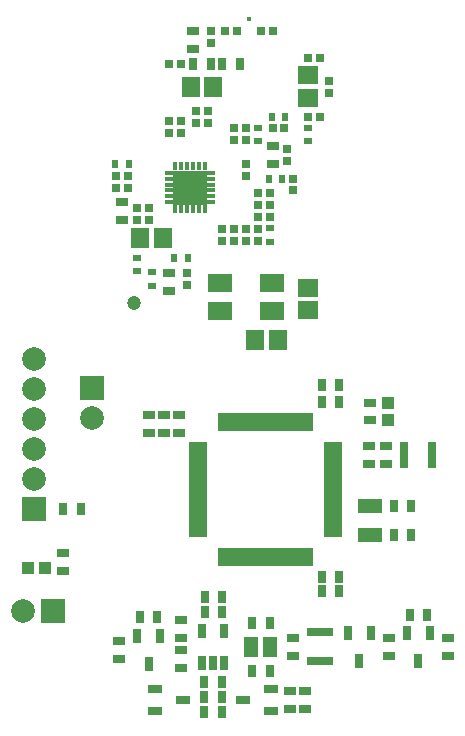
<source format=gts>
G04 Layer_Color=8388736*
%FSLAX44Y44*%
%MOMM*%
G71*
G01*
G75*
%ADD45R,0.8032X1.1032*%
%ADD46R,2.1032X1.3032*%
%ADD47R,1.7032X1.5032*%
%ADD48R,0.3032X0.3032*%
%ADD49R,1.1032X0.8032*%
%ADD50R,0.8032X2.2032*%
%ADD51R,1.0032X1.0032*%
%ADD52R,0.8032X1.2032*%
%ADD53R,1.2032X1.6532*%
%ADD54R,2.2032X0.8032*%
%ADD55R,1.0032X1.0032*%
%ADD56R,1.2032X0.8032*%
%ADD57R,0.5032X1.6032*%
%ADD58R,1.6032X0.5032*%
%ADD59R,1.5032X1.7032*%
%ADD60R,0.8032X0.7032*%
%ADD61R,0.5032X0.7532*%
%ADD62R,0.7532X0.5032*%
%ADD63C,1.2032*%
%ADD64R,0.7032X0.8032*%
%ADD65R,2.0032X1.6032*%
%ADD66R,0.4532X0.7032*%
%ADD67R,0.7032X0.4532*%
%ADD68R,2.9032X2.9032*%
%ADD69C,2.0032*%
%ADD70R,2.0032X2.0032*%
%ADD71R,2.0032X2.0032*%
%ADD72C,0.8032*%
D45*
X342500Y195000D02*
D03*
X357500D02*
D03*
X342500Y170000D02*
D03*
X357500D02*
D03*
X77500Y192000D02*
D03*
X62500D02*
D03*
X281500Y283000D02*
D03*
X296500D02*
D03*
Y297000D02*
D03*
X281500D02*
D03*
X197500Y105500D02*
D03*
X182500D02*
D03*
Y118000D02*
D03*
X197500D02*
D03*
X222500Y55500D02*
D03*
X237500D02*
D03*
X281500Y123000D02*
D03*
X296500D02*
D03*
Y135000D02*
D03*
X281500D02*
D03*
X142500Y100500D02*
D03*
X127500D02*
D03*
X197060Y20500D02*
D03*
X182060D02*
D03*
X197060Y33000D02*
D03*
X182060D02*
D03*
X197060Y45500D02*
D03*
X182060D02*
D03*
X237500Y95500D02*
D03*
X222500D02*
D03*
X371000Y103000D02*
D03*
X356000D02*
D03*
X212500Y569500D02*
D03*
X197500D02*
D03*
X187500D02*
D03*
X172500D02*
D03*
D46*
X322500Y195000D02*
D03*
Y170000D02*
D03*
D47*
X270000Y360500D02*
D03*
Y379500D02*
D03*
X270000Y559500D02*
D03*
Y540500D02*
D03*
D48*
X220000Y607000D02*
D03*
D49*
X336000Y245500D02*
D03*
Y230500D02*
D03*
X322000D02*
D03*
Y245500D02*
D03*
X322500Y282500D02*
D03*
Y267500D02*
D03*
X162500Y73000D02*
D03*
Y58000D02*
D03*
X162500Y98000D02*
D03*
Y83000D02*
D03*
X257500Y68000D02*
D03*
Y83000D02*
D03*
X62500Y140000D02*
D03*
Y155000D02*
D03*
X110000Y65500D02*
D03*
Y80500D02*
D03*
X267500Y38000D02*
D03*
Y23000D02*
D03*
X255000D02*
D03*
Y38000D02*
D03*
X338500Y68000D02*
D03*
Y83000D02*
D03*
X388500D02*
D03*
Y68000D02*
D03*
X161000Y256500D02*
D03*
Y271500D02*
D03*
X148000D02*
D03*
Y256500D02*
D03*
X135000D02*
D03*
Y271500D02*
D03*
X152500Y377000D02*
D03*
Y392000D02*
D03*
X112500Y437000D02*
D03*
Y452000D02*
D03*
X240000Y484500D02*
D03*
Y499500D02*
D03*
X172500Y582000D02*
D03*
Y597000D02*
D03*
D50*
X375000Y238000D02*
D03*
X351000D02*
D03*
D51*
X337500Y267500D02*
D03*
Y282500D02*
D03*
D52*
X144500Y85000D02*
D03*
X125500D02*
D03*
X135000Y61000D02*
D03*
X180060Y89250D02*
D03*
X199060D02*
D03*
Y61750D02*
D03*
X189560D02*
D03*
X180060D02*
D03*
X323000Y87500D02*
D03*
X304000D02*
D03*
X313500Y63500D02*
D03*
X373000Y87500D02*
D03*
X354000D02*
D03*
X363500Y63500D02*
D03*
D53*
X222000Y75500D02*
D03*
X238000D02*
D03*
D54*
X280000Y88000D02*
D03*
Y64000D02*
D03*
D55*
X32500Y142500D02*
D03*
X47500D02*
D03*
D56*
X140060Y40000D02*
D03*
Y21000D02*
D03*
X164060Y30500D02*
D03*
X239060Y21000D02*
D03*
Y40000D02*
D03*
X215060Y30500D02*
D03*
D57*
X271500Y152000D02*
D03*
X266500D02*
D03*
X261500D02*
D03*
X256500D02*
D03*
X251500D02*
D03*
X246500D02*
D03*
X241500D02*
D03*
X236500D02*
D03*
X231500D02*
D03*
X226500D02*
D03*
X221500D02*
D03*
X216500D02*
D03*
X211500D02*
D03*
X206500D02*
D03*
X201500D02*
D03*
X196500D02*
D03*
Y266000D02*
D03*
X201500D02*
D03*
X206500D02*
D03*
X211500D02*
D03*
X216500D02*
D03*
X221500D02*
D03*
X226500D02*
D03*
X231500D02*
D03*
X236500D02*
D03*
X241500D02*
D03*
X246500D02*
D03*
X251500D02*
D03*
X256500D02*
D03*
X261500D02*
D03*
X266500D02*
D03*
X271500D02*
D03*
D58*
X177000Y171500D02*
D03*
Y176500D02*
D03*
Y181500D02*
D03*
Y186500D02*
D03*
Y191500D02*
D03*
Y196500D02*
D03*
Y201500D02*
D03*
Y206500D02*
D03*
Y211500D02*
D03*
Y216500D02*
D03*
Y221500D02*
D03*
Y226500D02*
D03*
Y231500D02*
D03*
Y236500D02*
D03*
Y241500D02*
D03*
Y246500D02*
D03*
X291000D02*
D03*
Y241500D02*
D03*
Y236500D02*
D03*
Y231500D02*
D03*
Y226500D02*
D03*
Y221500D02*
D03*
Y216500D02*
D03*
Y211500D02*
D03*
Y206500D02*
D03*
Y201500D02*
D03*
Y196500D02*
D03*
Y191500D02*
D03*
Y186500D02*
D03*
Y181500D02*
D03*
Y176500D02*
D03*
Y171500D02*
D03*
D59*
X244500Y335000D02*
D03*
X225500D02*
D03*
X147000Y422000D02*
D03*
X128000D02*
D03*
X189500Y549500D02*
D03*
X170500D02*
D03*
D60*
X167500Y382000D02*
D03*
Y392000D02*
D03*
X135000Y437000D02*
D03*
Y447000D02*
D03*
X125000Y437000D02*
D03*
Y447000D02*
D03*
X175000Y519500D02*
D03*
Y529500D02*
D03*
X185000Y519500D02*
D03*
Y529500D02*
D03*
X197500Y429500D02*
D03*
Y419500D02*
D03*
X207500Y429500D02*
D03*
Y419500D02*
D03*
X217500Y429500D02*
D03*
Y419500D02*
D03*
X227500Y429500D02*
D03*
Y419500D02*
D03*
X217500Y474500D02*
D03*
Y484500D02*
D03*
X252500Y497000D02*
D03*
Y487000D02*
D03*
X257500Y472000D02*
D03*
Y462000D02*
D03*
X217500Y504500D02*
D03*
Y514500D02*
D03*
X207500Y504500D02*
D03*
Y514500D02*
D03*
X287500Y544500D02*
D03*
Y554500D02*
D03*
X187500Y587000D02*
D03*
Y597000D02*
D03*
D61*
X156750Y404500D02*
D03*
X168250D02*
D03*
X118250Y484500D02*
D03*
X106750D02*
D03*
X248250Y472000D02*
D03*
X236750D02*
D03*
X239250Y524500D02*
D03*
X250750D02*
D03*
D62*
X137500Y381250D02*
D03*
Y392750D02*
D03*
X125000Y405250D02*
D03*
Y393750D02*
D03*
X237500Y418750D02*
D03*
Y430250D02*
D03*
X227500Y503750D02*
D03*
Y515250D02*
D03*
X270000D02*
D03*
Y503750D02*
D03*
D63*
X122500Y367000D02*
D03*
D64*
X117500Y464500D02*
D03*
X107500D02*
D03*
X117500Y474500D02*
D03*
X107500D02*
D03*
X162500Y510500D02*
D03*
X152500D02*
D03*
X162500Y520500D02*
D03*
X152500D02*
D03*
X227500Y439500D02*
D03*
X237500D02*
D03*
X227500Y449500D02*
D03*
X237500D02*
D03*
X227500Y459500D02*
D03*
X237500D02*
D03*
X240000Y514500D02*
D03*
X250000D02*
D03*
X270000Y524500D02*
D03*
X280000D02*
D03*
X270000Y574500D02*
D03*
X280000D02*
D03*
X230000Y597000D02*
D03*
X240000D02*
D03*
X200000D02*
D03*
X210000D02*
D03*
X162500Y569500D02*
D03*
X152500D02*
D03*
D65*
X195500Y360000D02*
D03*
X239500D02*
D03*
X195500Y384000D02*
D03*
X239500D02*
D03*
D66*
X157500Y446500D02*
D03*
X162500D02*
D03*
X167500D02*
D03*
X172500D02*
D03*
X177500D02*
D03*
X182500D02*
D03*
Y482500D02*
D03*
X177500D02*
D03*
X172500D02*
D03*
X167500D02*
D03*
X162500D02*
D03*
X157500D02*
D03*
D67*
X188000Y452000D02*
D03*
Y457000D02*
D03*
Y462000D02*
D03*
Y467000D02*
D03*
Y472000D02*
D03*
Y477000D02*
D03*
X152000D02*
D03*
Y472000D02*
D03*
Y467000D02*
D03*
Y462000D02*
D03*
Y457000D02*
D03*
Y452000D02*
D03*
D68*
X170000Y464500D02*
D03*
D69*
X28600Y106000D02*
D03*
X87000Y269300D02*
D03*
X38000Y217900D02*
D03*
Y243300D02*
D03*
Y268700D02*
D03*
Y294100D02*
D03*
Y319500D02*
D03*
D70*
X54000Y106000D02*
D03*
D71*
X87000Y294700D02*
D03*
X38000Y192500D02*
D03*
D72*
X164500Y459000D02*
D03*
Y470000D02*
D03*
X175500Y459000D02*
D03*
Y470000D02*
D03*
M02*

</source>
